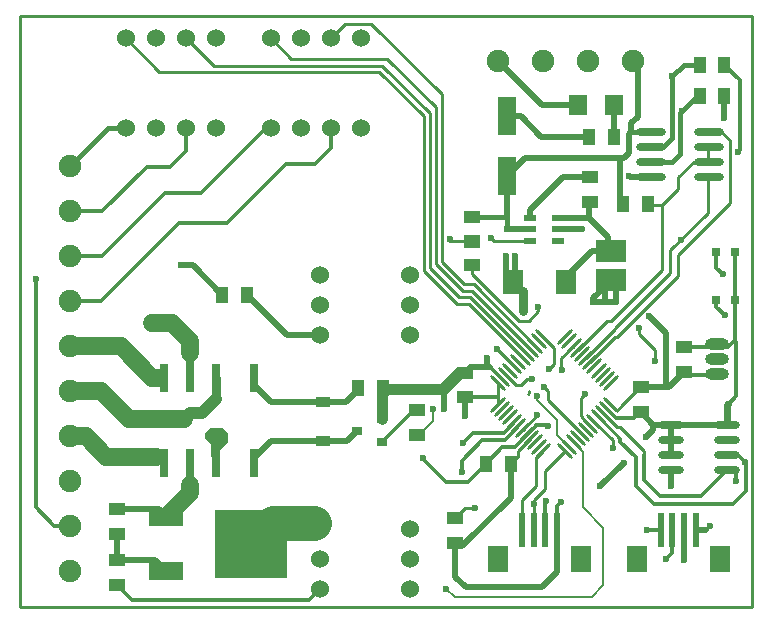
<source format=gtl>
%FSLAX25Y25*%
%MOIN*%
G70*
G01*
G75*
G04 Layer_Physical_Order=1*
G04 Layer_Color=255*
%ADD10R,0.04331X0.05512*%
%ADD11R,0.03543X0.02756*%
%ADD12R,0.04803X0.03583*%
%ADD13R,0.03150X0.09449*%
%ADD14R,0.05512X0.04331*%
%ADD15R,0.24410X0.22835*%
%ADD16R,0.11811X0.06299*%
%ADD17R,0.07087X0.08268*%
%ADD18R,0.10039X0.07677*%
%ADD19R,0.04331X0.02362*%
G04:AMPARAMS|DCode=20|XSize=9.84mil|YSize=70.87mil|CornerRadius=0mil|HoleSize=0mil|Usage=FLASHONLY|Rotation=135.000|XOffset=0mil|YOffset=0mil|HoleType=Round|Shape=Round|*
%AMOVALD20*
21,1,0.06102,0.00984,0.00000,0.00000,225.0*
1,1,0.00984,0.02158,0.02158*
1,1,0.00984,-0.02158,-0.02158*
%
%ADD20OVALD20*%

G04:AMPARAMS|DCode=21|XSize=9.84mil|YSize=70.87mil|CornerRadius=0mil|HoleSize=0mil|Usage=FLASHONLY|Rotation=45.000|XOffset=0mil|YOffset=0mil|HoleType=Round|Shape=Round|*
%AMOVALD21*
21,1,0.06102,0.00984,0.00000,0.00000,135.0*
1,1,0.00984,0.02158,-0.02158*
1,1,0.00984,-0.02158,0.02158*
%
%ADD21OVALD21*%

%ADD22R,0.07087X0.09055*%
%ADD23R,0.02362X0.11811*%
%ADD24O,0.08661X0.02362*%
%ADD25R,0.02756X0.03150*%
%ADD26R,0.06000X0.07000*%
%ADD27R,0.06299X0.12598*%
%ADD28O,0.09843X0.02756*%
%ADD29C,0.00800*%
%ADD30C,0.01969*%
%ADD31C,0.00984*%
%ADD32C,0.03937*%
%ADD33C,0.03543*%
%ADD34C,0.01181*%
%ADD35C,0.05906*%
%ADD36C,0.02756*%
%ADD37C,0.11811*%
%ADD38C,0.03150*%
%ADD39C,0.01500*%
%ADD40C,0.01575*%
%ADD41C,0.01000*%
%ADD42C,0.07480*%
%ADD43C,0.06000*%
%ADD44O,0.07874X0.03937*%
%ADD45O,0.07874X0.03937*%
%ADD46C,0.02362*%
G36*
X69291Y57874D02*
Y54724D01*
X66142Y51575D01*
X63779Y50000D01*
Y54331D01*
X61811Y56299D01*
Y57874D01*
X61811D01*
X63386Y59449D01*
X67716D01*
X69291Y57874D01*
D02*
G37*
D10*
X121063Y72835D02*
D03*
X112795D02*
D03*
X75787Y103937D02*
D03*
X67520D02*
D03*
X234842Y180709D02*
D03*
X226575D02*
D03*
Y170079D02*
D03*
X234842D02*
D03*
X163583Y47638D02*
D03*
X155315D02*
D03*
X198031Y156496D02*
D03*
X189764D02*
D03*
X209350Y134154D02*
D03*
X201083D02*
D03*
D11*
X112205Y58661D02*
D03*
X120866Y62402D02*
D03*
Y54921D02*
D03*
D12*
X101181Y68258D02*
D03*
Y55364D02*
D03*
D13*
X48031Y48031D02*
D03*
Y76378D02*
D03*
X56693Y48031D02*
D03*
Y76378D02*
D03*
X65354D02*
D03*
Y48031D02*
D03*
X77953D02*
D03*
Y76378D02*
D03*
D14*
X32283Y24213D02*
D03*
Y32480D02*
D03*
X132283Y57284D02*
D03*
Y65551D02*
D03*
X32283Y7283D02*
D03*
Y15551D02*
D03*
X189961Y143209D02*
D03*
Y134941D02*
D03*
X221457Y78248D02*
D03*
Y86516D02*
D03*
X145079Y29528D02*
D03*
Y21260D02*
D03*
X150787Y129921D02*
D03*
Y121654D02*
D03*
Y113780D02*
D03*
Y122047D02*
D03*
X148327Y69784D02*
D03*
Y78051D02*
D03*
X206890Y73228D02*
D03*
Y64961D02*
D03*
D15*
X77165Y20866D02*
D03*
D16*
X48819Y11850D02*
D03*
Y29882D02*
D03*
D17*
X182185Y108366D02*
D03*
X164469D02*
D03*
D18*
X196949Y118602D02*
D03*
Y108760D02*
D03*
D19*
X170079Y129528D02*
D03*
Y125787D02*
D03*
Y122047D02*
D03*
X179528D02*
D03*
Y125787D02*
D03*
Y129528D02*
D03*
D20*
X159219Y67247D02*
D03*
X160611Y65855D02*
D03*
X162003Y64463D02*
D03*
X163395Y63071D02*
D03*
X164787Y61679D02*
D03*
X166179Y60287D02*
D03*
X167571Y58895D02*
D03*
X168963Y57503D02*
D03*
X170355Y56112D02*
D03*
X171747Y54720D02*
D03*
X173139Y53328D02*
D03*
X174531Y51936D02*
D03*
X197080Y74485D02*
D03*
X195688Y75877D02*
D03*
X194296Y77269D02*
D03*
X192904Y78661D02*
D03*
X191512Y80053D02*
D03*
X190120Y81445D02*
D03*
X188728Y82837D02*
D03*
X187336Y84229D02*
D03*
X185944Y85621D02*
D03*
X184553Y87013D02*
D03*
X183161Y88405D02*
D03*
X181769Y89797D02*
D03*
D21*
Y51936D02*
D03*
X183161Y53328D02*
D03*
X184553Y54720D02*
D03*
X185944Y56112D02*
D03*
X187336Y57504D02*
D03*
X188728Y58895D02*
D03*
X190120Y60287D02*
D03*
X191512Y61679D02*
D03*
X192904Y63071D02*
D03*
X194296Y64463D02*
D03*
X195688Y65855D02*
D03*
X197080Y67247D02*
D03*
X174531Y89797D02*
D03*
X173139Y88405D02*
D03*
X171747Y87013D02*
D03*
X170355Y85621D02*
D03*
X168963Y84229D02*
D03*
X167571Y82837D02*
D03*
X166179Y81445D02*
D03*
X164787Y80053D02*
D03*
X163395Y78661D02*
D03*
X162003Y77269D02*
D03*
X160611Y75877D02*
D03*
X159219Y74485D02*
D03*
D22*
X159449Y15748D02*
D03*
X187008D02*
D03*
X205709D02*
D03*
X233268D02*
D03*
D23*
X179134Y25591D02*
D03*
X175197D02*
D03*
X171260D02*
D03*
X167323D02*
D03*
X225394D02*
D03*
X221457D02*
D03*
X217520D02*
D03*
X213583D02*
D03*
D24*
X235827Y45650D02*
D03*
Y50650D02*
D03*
Y55650D02*
D03*
Y60650D02*
D03*
X216929Y45650D02*
D03*
Y50650D02*
D03*
Y55650D02*
D03*
Y60650D02*
D03*
D25*
X238287Y102362D02*
D03*
X232185D02*
D03*
X238287Y118110D02*
D03*
X232185D02*
D03*
D26*
X185929Y167323D02*
D03*
X197929D02*
D03*
D27*
X162402Y163386D02*
D03*
Y143701D02*
D03*
D28*
X229724Y143288D02*
D03*
Y148287D02*
D03*
Y153287D02*
D03*
Y158288D02*
D03*
X210433Y143288D02*
D03*
Y148287D02*
D03*
Y153287D02*
D03*
Y158288D02*
D03*
D29*
X137795Y61895D02*
Y65748D01*
X133183Y57284D02*
X137795Y61895D01*
X142126Y5906D02*
X144882Y3150D01*
X190551D01*
X194488Y7087D01*
Y26378D01*
X187795Y33071D02*
X194488Y26378D01*
X187795Y33071D02*
Y51477D01*
X184553Y54720D02*
X187795Y51477D01*
X132283Y57284D02*
X133183D01*
X172441Y68898D02*
Y70079D01*
Y68898D02*
X179134Y62205D01*
Y57354D02*
Y62205D01*
Y57354D02*
X183161Y53328D01*
D30*
X145079Y10039D02*
Y21260D01*
Y10039D02*
X148721Y6398D01*
X141240Y72539D02*
X141339Y72638D01*
X112795Y72244D02*
Y72835D01*
X108809Y68258D02*
X112795Y72244D01*
X101181Y68258D02*
X108809D01*
X108907Y55364D02*
X112205Y58661D01*
X101181Y55364D02*
X108907D01*
X83711D02*
X101181D01*
X77953Y49606D02*
X83711Y55364D01*
X77953Y48031D02*
Y49606D01*
X83711Y68258D02*
X101181D01*
X77953Y74016D02*
X83711Y68258D01*
X77953Y74016D02*
Y76378D01*
X53543Y113779D02*
X57677D01*
X67520Y103937D01*
X89173Y90551D02*
X99921D01*
X75787Y103937D02*
X89173Y90551D01*
X45118Y15551D02*
X48819Y11850D01*
X32283Y15551D02*
X45118D01*
X32283D02*
Y24213D01*
X46220Y32480D02*
X48819Y29882D01*
X32283Y32480D02*
X46220D01*
X48031Y48031D02*
Y49606D01*
X46063Y51575D02*
X48031Y49606D01*
X203150Y157677D02*
X203740Y158268D01*
X203150Y151378D02*
Y157677D01*
X201279Y149508D02*
X203150Y151378D01*
X203740Y158268D02*
Y158661D01*
X234646Y162992D02*
X234842Y163189D01*
Y170079D01*
X159449Y181890D02*
X174016Y167323D01*
X185929D01*
X216437Y73228D02*
X221457Y78248D01*
X162402Y143701D02*
X168209Y149508D01*
X206890Y64961D02*
X211201Y60650D01*
X216929D01*
X163681Y109154D02*
X164469Y108366D01*
X161909Y110925D02*
X163681Y109154D01*
X221457Y15846D02*
Y25591D01*
X225394D02*
X228740D01*
X216929Y40157D02*
Y45650D01*
Y60650D02*
X235827D01*
X190945Y102756D02*
X194882Y106693D01*
X190945Y101575D02*
Y102756D01*
X194882Y106693D02*
X196949Y108760D01*
X194882Y101575D02*
Y106693D01*
X196949Y108760D02*
X198819Y106890D01*
Y101575D02*
Y106890D01*
X194882Y101575D02*
X198819D01*
X190945D02*
X194882D01*
X181791Y156496D02*
X189764D01*
X173819D02*
X181791D01*
X161909Y110925D02*
Y117028D01*
X164469Y108366D02*
X164961Y108858D01*
Y117028D01*
X196063Y118504D02*
Y123130D01*
X190847Y118504D02*
X196063D01*
X182185Y109843D02*
X190847Y118504D01*
X182185Y108366D02*
Y109843D01*
X170079Y129528D02*
Y132185D01*
X181102Y143209D01*
X189961D01*
X189665Y134646D02*
X189961Y134941D01*
X189665Y129528D02*
Y134646D01*
X179528Y129528D02*
X189665D01*
X196063Y123130D01*
X162402Y163386D02*
X166929D01*
X173819Y156496D01*
X197929Y156598D02*
X198031Y156496D01*
X197929Y156598D02*
Y167323D01*
X162402Y125787D02*
X162402Y125787D01*
X184547Y125787D02*
X187500D01*
X179528Y125787D02*
X184547Y125787D01*
X148721Y6398D02*
X174114D01*
X179134Y11417D01*
Y25591D01*
X216929Y50650D02*
Y55650D01*
Y60650D01*
X235827D02*
Y67323D01*
X236221Y67717D01*
X211201Y59035D02*
Y60650D01*
X208858Y56693D02*
X211201Y59035D01*
X209842Y96752D02*
X215256Y91339D01*
Y73228D02*
Y91339D01*
X206890Y73228D02*
X215256D01*
X216437D01*
X164469Y108366D02*
X167618Y105217D01*
X155610Y79725D02*
Y82677D01*
X155807Y82874D01*
X150000Y79725D02*
X155610D01*
X156764D01*
X147343Y20079D02*
X163583Y36319D01*
X148327Y63386D02*
Y69784D01*
X163583Y36319D02*
Y41535D01*
Y47638D01*
X146752Y78051D02*
X148327D01*
X141240Y65945D02*
Y72539D01*
X193504Y40256D02*
X201279Y48031D01*
X201378D01*
X205906Y163287D02*
Y181102D01*
X203740Y161122D02*
X205906Y163287D01*
X203740Y158661D02*
Y161122D01*
X203366Y143288D02*
X210827D01*
X203150Y143504D02*
X203366Y143288D01*
X200000Y135236D02*
X201083Y134154D01*
X200000Y135236D02*
Y149409D01*
X200098Y149508D01*
X168209D02*
X200098D01*
X201279D01*
X162402Y129725D02*
Y143701D01*
X162402Y125787D02*
X170079D01*
D31*
X148313Y32762D02*
X151575D01*
X145079Y29528D02*
X148313Y32762D01*
X169685Y95276D02*
X172835Y98425D01*
X166535Y95276D02*
X169685D01*
X150787Y111024D02*
X166535Y95276D01*
X174803Y73228D02*
X175984Y72047D01*
Y68856D02*
Y72047D01*
Y68856D02*
X187336Y57504D01*
X119685Y178347D02*
X134646Y163386D01*
Y111811D02*
Y163386D01*
Y111811D02*
X145669Y100787D01*
X120866Y180315D02*
X136614Y164567D01*
Y112992D02*
Y164567D01*
Y112992D02*
X146457Y103150D01*
X122441Y182677D02*
X138583Y166535D01*
Y114173D02*
Y166535D01*
Y114173D02*
X147638Y105118D01*
X140551Y114961D02*
X148031Y107480D01*
X140551Y114961D02*
Y170866D01*
X117126Y194291D02*
X140551Y170866D01*
X142913Y122047D02*
X150787D01*
X142913D02*
X143307Y122441D01*
X143307D01*
X233740Y158288D02*
X236614Y155413D01*
Y134646D02*
Y155413D01*
X219291Y117323D02*
X236614Y134646D01*
X108504Y194291D02*
X117126D01*
X103661Y189449D02*
X108504Y194291D01*
X90433Y182677D02*
X122441D01*
X64567Y180315D02*
X120866D01*
X46535Y178347D02*
X119685D01*
X145669Y100787D02*
X149620D01*
X35433Y189449D02*
X46535Y178347D01*
X55433Y189449D02*
X64567Y180315D01*
X146457Y103150D02*
X149921D01*
X83661Y189449D02*
X90433Y182677D01*
X147638Y105118D02*
X150857D01*
X148031Y107480D02*
X151279D01*
X172835Y98425D02*
Y100000D01*
X150787Y111024D02*
Y113780D01*
X162003Y77269D02*
X165453Y73819D01*
X159055Y85728D02*
X159112D01*
X164787Y80053D01*
X186909Y69488D02*
X188386Y70965D01*
X186909Y63498D02*
Y69488D01*
Y63498D02*
X190120Y60287D01*
X177067Y79823D02*
X178150Y80906D01*
Y86178D01*
X174531Y89797D02*
X178150Y86178D01*
X180512Y79429D02*
Y82972D01*
X184553Y87013D01*
X150857Y105118D02*
X170355Y85621D01*
X151279Y107480D02*
X171747Y87013D01*
X149921Y103150D02*
X168612Y84458D01*
X149620Y100787D02*
X167571Y82837D01*
X156764Y79725D02*
X160611Y75877D01*
X148327Y78051D02*
X150000Y79725D01*
X197539Y53051D02*
Y55652D01*
X191512Y61679D02*
X197539Y55652D01*
X190120Y81445D02*
X198439Y89764D01*
X216831Y118799D02*
X229331Y131299D01*
X188728Y82837D02*
X198411Y92520D01*
X185944Y85621D02*
X195599Y95276D01*
X171260Y34252D02*
Y35433D01*
Y25591D02*
Y34252D01*
X159219Y69784D02*
Y74485D01*
Y67247D02*
Y69784D01*
X175197Y45364D02*
X181769Y51936D01*
X175197Y39370D02*
Y45364D01*
X171260Y35433D02*
X175197Y39370D01*
X167323Y25591D02*
Y35433D01*
X172047Y40157D01*
Y49452D01*
X174531Y51936D01*
X157185Y122835D02*
X157972Y122047D01*
X170079D01*
X195599Y95276D02*
X197146D01*
X214075Y112205D01*
X198411Y92520D02*
Y92900D01*
X216831Y111319D01*
Y118799D01*
X198439Y89764D02*
X198917D01*
X219291Y110138D01*
Y117323D01*
X206299Y90748D02*
Y92815D01*
Y90748D02*
X211614Y85433D01*
Y81988D02*
Y85433D01*
X163287Y108760D02*
X163681Y109154D01*
X165453Y73819D02*
X167028D01*
X169095Y75886D01*
X170768D01*
X169488Y70768D02*
X169783Y71063D01*
Y72047D01*
X192904Y63071D02*
X200197Y55779D01*
Y55761D02*
Y55779D01*
X194296Y64463D02*
X198917Y59843D01*
X200197D01*
X208071Y51969D01*
Y50688D02*
Y51969D01*
X195688Y65855D02*
X198650Y62894D01*
X199311D01*
X197080Y67247D02*
X198874Y65453D01*
X199114D01*
X200908Y67247D01*
X167571Y58895D02*
X172455Y63780D01*
X168963Y57503D02*
X172089Y60630D01*
X160982Y57874D02*
X164787Y61679D01*
X161305Y55413D02*
X166179Y60287D01*
X164609Y53150D02*
X168963Y57503D01*
X166043Y51800D02*
X170355Y56112D01*
X166043Y50099D02*
Y51800D01*
X163583Y47638D02*
X166043Y50099D01*
X229331Y148287D02*
Y153287D01*
X224567Y148287D02*
X229331D01*
X219390Y143110D02*
X224567Y148287D01*
X229331Y131299D02*
Y143288D01*
Y158288D02*
X233740D01*
X214075Y112205D02*
Y133957D01*
X219390Y139272D01*
Y143110D01*
X209547Y133957D02*
X214075D01*
X209350Y134154D02*
X209547Y133957D01*
D32*
X141339Y72638D02*
X146752Y78051D01*
X56693Y83071D02*
Y84646D01*
X60630Y64567D02*
X65354Y69291D01*
X56693Y64567D02*
X60630D01*
X54724Y62598D02*
X56693Y64567D01*
X16732Y86811D02*
X18504D01*
D33*
X120866Y72638D02*
X141339D01*
X120866D02*
X121063Y72835D01*
X120866Y62402D02*
Y72638D01*
D34*
X131496Y65551D02*
X132283D01*
X120866Y54921D02*
X131496Y65551D01*
X32283Y7283D02*
X37205Y2362D01*
X96378D01*
X99921Y5906D01*
X239370Y151575D02*
X240158Y152362D01*
Y175394D01*
X234842Y180709D02*
X240158Y175394D01*
X242126Y38386D02*
Y47835D01*
X237795Y34055D02*
X242126Y38386D01*
X211417Y34055D02*
X237795D01*
X239311Y50650D02*
X242126Y47835D01*
X235827Y50650D02*
X239311D01*
X238681Y41831D02*
Y44980D01*
X238012Y45650D02*
X238681Y44980D01*
X235827Y45650D02*
X238012D01*
X231693Y77087D02*
X232283Y77677D01*
X238287Y88760D02*
X238779Y88268D01*
Y70276D02*
Y88268D01*
X236221Y67717D02*
X238779Y70276D01*
X81890Y159449D02*
X83661D01*
X60236Y137795D02*
X81890Y159449D01*
X48228Y137795D02*
X60236D01*
X5217Y33071D02*
Y109055D01*
Y33071D02*
X11476Y26811D01*
X16732D01*
X103661Y152874D02*
Y159449D01*
X98425Y147638D02*
X103661Y152874D01*
X88583Y147638D02*
X98425D01*
X68898Y127953D02*
X88583Y147638D01*
X53150Y127953D02*
X68898D01*
X27008Y101811D02*
X53150Y127953D01*
X16732Y101811D02*
X27008D01*
X27244Y116811D02*
X48228Y137795D01*
X16732Y116811D02*
X27244D01*
X55433Y151890D02*
Y159449D01*
X50197Y146654D02*
X55433Y151890D01*
X42323Y146654D02*
X50197D01*
X27480Y131811D02*
X42323Y146654D01*
X16732Y131811D02*
X27480D01*
X175492Y60630D02*
X175886Y60236D01*
X172089Y60630D02*
X175492D01*
X134449Y49114D02*
Y49705D01*
Y49114D02*
X141929Y41634D01*
X149311D01*
X155315Y47638D01*
X236043Y86516D02*
X238287Y88760D01*
Y102362D01*
X222618Y77087D02*
X231693D01*
X221457Y78248D02*
X222618Y77087D01*
X221457Y86516D02*
X236043D01*
X215354Y15748D02*
X217520Y17913D01*
Y25591D01*
X209154Y25689D02*
X209252Y25591D01*
X213583D01*
X228740D02*
X229921Y26772D01*
X200197Y54921D02*
Y55761D01*
Y54921D02*
X205315Y49803D01*
Y40157D02*
Y49803D01*
Y40157D02*
X211417Y34055D01*
X208120Y42274D02*
X213484Y36909D01*
X227087D01*
X200908Y67247D02*
X206890Y73228D01*
X204823Y62894D02*
X206890Y64961D01*
X199311Y62894D02*
X204823D01*
X227087Y36909D02*
X235827Y45650D01*
X175197Y35138D02*
X175394Y35335D01*
X175197Y25591D02*
Y35138D01*
X179134Y33563D02*
X180315Y34744D01*
X148327Y69784D02*
X159219D01*
X232185Y100000D02*
X235039Y97146D01*
X232185Y100000D02*
Y102362D01*
Y112894D02*
X234252Y110827D01*
X232185Y112894D02*
Y118110D01*
X238287Y102362D02*
X238287Y102362D01*
X238287Y102362D02*
Y118110D01*
X154134Y55413D02*
X161305D01*
X147244Y48524D02*
X154134Y55413D01*
X153839Y55118D02*
X154134Y55413D01*
X160827Y53150D02*
X164609D01*
X155315Y47638D02*
X160827Y53150D01*
X172455Y63780D02*
Y63864D01*
X147244Y44882D02*
Y48524D01*
X147638Y54626D02*
X150886Y57874D01*
X160982D01*
X163583Y47638D02*
Y49340D01*
X216929Y40157D02*
X216929Y40157D01*
X236221Y61043D02*
Y67717D01*
X235827Y60650D02*
X236221Y61043D01*
X179134Y25591D02*
Y33563D01*
X208071Y42224D02*
Y50688D01*
D35*
X49606Y94488D02*
X50787D01*
X46850D02*
X49606D01*
X44094D02*
X46850D01*
X50787D02*
X56693Y88583D01*
Y84646D02*
Y88583D01*
X36220Y62598D02*
X54724D01*
X27008Y71811D02*
X36220Y62598D01*
X16732Y71811D02*
X27008D01*
X28740Y50000D02*
X45276D01*
X21929Y56811D02*
X28740Y50000D01*
X16732Y56811D02*
X21929D01*
X18504Y86811D02*
X33661D01*
X44094Y76378D02*
X45669D01*
X33661Y86811D02*
X44094Y76378D01*
X56693Y37756D02*
Y40551D01*
X48819Y29882D02*
X56693Y37756D01*
X16732Y86811D02*
X17185Y87264D01*
D36*
X56693Y76378D02*
Y83071D01*
Y40551D02*
Y48031D01*
D37*
X84252Y27953D02*
X98032D01*
X77165Y20866D02*
X84252Y27953D01*
D38*
X65354Y69291D02*
Y76378D01*
X167618Y98524D02*
Y105217D01*
D39*
X220079Y164567D02*
X227165Y171654D01*
X221260Y180709D02*
X226575D01*
X217323Y176772D02*
X221260Y180709D01*
X217323Y156201D02*
Y176772D01*
X214409Y153287D02*
X217323Y156201D01*
X210827Y153287D02*
X214409D01*
X217480Y148287D02*
X220079Y150886D01*
X210827Y148287D02*
X217480D01*
X220079Y150886D02*
Y164567D01*
D40*
X203740Y158661D02*
X204114Y158288D01*
X162402Y125787D02*
Y129725D01*
X162205Y129921D02*
X162402Y129725D01*
X150787Y129921D02*
X162205D01*
X162402Y125787D02*
X162402Y125787D01*
X29370Y159449D02*
X35433D01*
X16732Y146811D02*
X29370Y159449D01*
X204114Y158288D02*
X210827D01*
D41*
X0Y0D02*
Y196850D01*
X244094D01*
Y0D02*
Y196850D01*
X0Y0D02*
X244094D01*
D42*
X16732Y131811D02*
D03*
Y146811D02*
D03*
Y116811D02*
D03*
Y101811D02*
D03*
Y86811D02*
D03*
Y71811D02*
D03*
Y56811D02*
D03*
Y41811D02*
D03*
Y26811D02*
D03*
Y11811D02*
D03*
X204449Y181890D02*
D03*
X189449D02*
D03*
X174449D02*
D03*
X159449D02*
D03*
D43*
X83661Y159449D02*
D03*
X93661D02*
D03*
X103661D02*
D03*
X113661D02*
D03*
Y189449D02*
D03*
X103661D02*
D03*
X93661D02*
D03*
X83661D02*
D03*
X99921Y90551D02*
D03*
X99921Y100551D02*
D03*
Y110551D02*
D03*
X129921D02*
D03*
X129921Y100551D02*
D03*
Y90551D02*
D03*
X99921Y5906D02*
D03*
Y15905D02*
D03*
X99921Y25905D02*
D03*
X129921Y25905D02*
D03*
Y15905D02*
D03*
X129921Y5906D02*
D03*
X35433Y159449D02*
D03*
X45433D02*
D03*
X55433D02*
D03*
X65433D02*
D03*
Y189449D02*
D03*
X55433D02*
D03*
X45433D02*
D03*
X35433D02*
D03*
D44*
X232283Y77677D02*
D03*
Y82677D02*
D03*
D45*
Y87677D02*
D03*
D46*
X108268Y68195D02*
D03*
X137795Y65748D02*
D03*
X120866Y67407D02*
D03*
X142126Y5990D02*
D03*
X151575Y32762D02*
D03*
X174803Y73313D02*
D03*
X172441Y70079D02*
D03*
X93307Y25984D02*
D03*
Y29134D02*
D03*
Y32283D02*
D03*
X53543Y113779D02*
D03*
X49606Y94488D02*
D03*
X46850D02*
D03*
X44094D02*
D03*
X65748Y55118D02*
D03*
X63779Y57874D02*
D03*
X67323D02*
D03*
X143307Y122441D02*
D03*
X239370Y151575D02*
D03*
X220866Y165354D02*
D03*
X217323Y176772D02*
D03*
X234646Y162992D02*
D03*
X241732Y48130D02*
D03*
X172835Y100000D02*
D03*
X5217Y109055D02*
D03*
X175886Y60236D02*
D03*
X170768Y75886D02*
D03*
X159112Y85728D02*
D03*
X188386Y70965D02*
D03*
X180709Y78839D02*
D03*
X176279Y79331D02*
D03*
X134449Y49705D02*
D03*
X197638Y52756D02*
D03*
X209154Y25689D02*
D03*
X215354Y15748D02*
D03*
X221358Y15551D02*
D03*
X229921Y26772D02*
D03*
X175394Y35335D02*
D03*
X180315Y34744D02*
D03*
X171260Y34252D02*
D03*
X235039Y97146D02*
D03*
X234252Y110827D02*
D03*
X172455Y63864D02*
D03*
X147244Y44882D02*
D03*
X147638Y54626D02*
D03*
X238681Y41831D02*
D03*
X216929Y40157D02*
D03*
X236221Y67717D02*
D03*
X198819Y101575D02*
D03*
X194882D02*
D03*
X190945D02*
D03*
X157185Y122835D02*
D03*
X181791Y156496D02*
D03*
X161909Y117028D02*
D03*
X164961D02*
D03*
X183661Y143209D02*
D03*
X165650Y125886D02*
D03*
X162402Y125787D02*
D03*
X187500D02*
D03*
X184547D02*
D03*
X215256Y73130D02*
D03*
X208858Y56693D02*
D03*
X206299Y92815D02*
D03*
X211614Y81988D02*
D03*
X209842Y96752D02*
D03*
X167618Y98524D02*
D03*
X155807Y82874D02*
D03*
X148327Y63386D02*
D03*
X163583Y41535D02*
D03*
X141240Y65945D02*
D03*
X193504Y40256D02*
D03*
X201378Y48031D02*
D03*
X203740Y158268D02*
D03*
X203150Y143504D02*
D03*
X220374Y122343D02*
D03*
M02*

</source>
